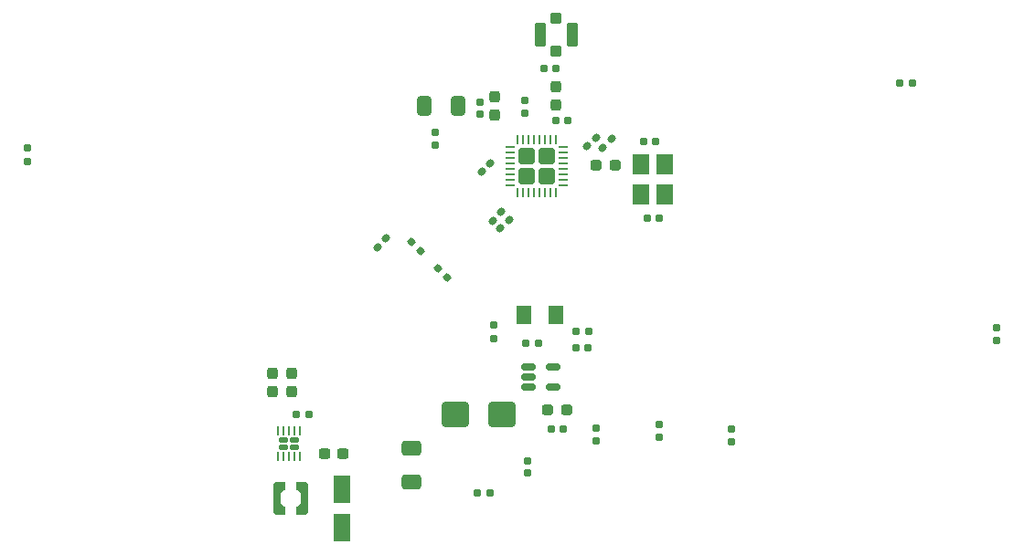
<source format=gbr>
%TF.GenerationSoftware,KiCad,Pcbnew,9.0.0*%
%TF.CreationDate,2025-09-05T21:39:46-05:00*%
%TF.ProjectId,RIOT_Remote_ESP,52494f54-5f52-4656-9d6f-74655f455350,rev?*%
%TF.SameCoordinates,Original*%
%TF.FileFunction,Paste,Top*%
%TF.FilePolarity,Positive*%
%FSLAX46Y46*%
G04 Gerber Fmt 4.6, Leading zero omitted, Abs format (unit mm)*
G04 Created by KiCad (PCBNEW 9.0.0) date 2025-09-05 21:39:46*
%MOMM*%
%LPD*%
G01*
G04 APERTURE LIST*
G04 Aperture macros list*
%AMRoundRect*
0 Rectangle with rounded corners*
0 $1 Rounding radius*
0 $2 $3 $4 $5 $6 $7 $8 $9 X,Y pos of 4 corners*
0 Add a 4 corners polygon primitive as box body*
4,1,4,$2,$3,$4,$5,$6,$7,$8,$9,$2,$3,0*
0 Add four circle primitives for the rounded corners*
1,1,$1+$1,$2,$3*
1,1,$1+$1,$4,$5*
1,1,$1+$1,$6,$7*
1,1,$1+$1,$8,$9*
0 Add four rect primitives between the rounded corners*
20,1,$1+$1,$2,$3,$4,$5,0*
20,1,$1+$1,$4,$5,$6,$7,0*
20,1,$1+$1,$6,$7,$8,$9,0*
20,1,$1+$1,$8,$9,$2,$3,0*%
%AMFreePoly0*
4,1,11,0.760000,0.825000,0.380000,0.510000,0.380000,-0.510000,0.760000,-0.825000,0.760000,-1.525000,-0.125000,-1.525000,-0.380000,-1.270000,-0.380000,1.270000,-0.125000,1.525000,0.760000,1.525000,0.760000,0.825000,0.760000,0.825000,$1*%
G04 Aperture macros list end*
%ADD10RoundRect,0.155000X0.212500X0.155000X-0.212500X0.155000X-0.212500X-0.155000X0.212500X-0.155000X0*%
%ADD11RoundRect,0.160000X-0.197500X-0.160000X0.197500X-0.160000X0.197500X0.160000X-0.197500X0.160000X0*%
%ADD12RoundRect,0.155000X-0.212500X-0.155000X0.212500X-0.155000X0.212500X0.155000X-0.212500X0.155000X0*%
%ADD13RoundRect,0.155000X0.040659X0.259862X-0.259862X-0.040659X-0.040659X-0.259862X0.259862X0.040659X0*%
%ADD14RoundRect,0.250000X0.412500X0.650000X-0.412500X0.650000X-0.412500X-0.650000X0.412500X-0.650000X0*%
%ADD15RoundRect,0.237500X0.237500X-0.287500X0.237500X0.287500X-0.237500X0.287500X-0.237500X-0.287500X0*%
%ADD16RoundRect,0.155000X-0.040659X-0.259862X0.259862X0.040659X0.040659X0.259862X-0.259862X-0.040659X0*%
%ADD17RoundRect,0.237500X0.237500X-0.300000X0.237500X0.300000X-0.237500X0.300000X-0.237500X-0.300000X0*%
%ADD18RoundRect,0.250001X-0.462499X-0.624999X0.462499X-0.624999X0.462499X0.624999X-0.462499X0.624999X0*%
%ADD19RoundRect,0.160000X0.252791X-0.026517X-0.026517X0.252791X-0.252791X0.026517X0.026517X-0.252791X0*%
%ADD20FreePoly0,0.000000*%
%ADD21FreePoly0,180.000000*%
%ADD22RoundRect,0.155000X-0.155000X0.212500X-0.155000X-0.212500X0.155000X-0.212500X0.155000X0.212500X0*%
%ADD23RoundRect,0.250000X-0.550000X1.050000X-0.550000X-1.050000X0.550000X-1.050000X0.550000X1.050000X0*%
%ADD24RoundRect,0.237500X0.287500X0.237500X-0.287500X0.237500X-0.287500X-0.237500X0.287500X-0.237500X0*%
%ADD25RoundRect,0.237500X-0.300000X-0.237500X0.300000X-0.237500X0.300000X0.237500X-0.300000X0.237500X0*%
%ADD26RoundRect,0.160000X0.160000X-0.197500X0.160000X0.197500X-0.160000X0.197500X-0.160000X-0.197500X0*%
%ADD27RoundRect,0.160000X0.197500X0.160000X-0.197500X0.160000X-0.197500X-0.160000X0.197500X-0.160000X0*%
%ADD28RoundRect,0.120000X0.285000X-0.120000X0.285000X0.120000X-0.285000X0.120000X-0.285000X-0.120000X0*%
%ADD29RoundRect,0.062500X0.062500X-0.350000X0.062500X0.350000X-0.062500X0.350000X-0.062500X-0.350000X0*%
%ADD30RoundRect,0.155000X0.155000X-0.212500X0.155000X0.212500X-0.155000X0.212500X-0.155000X-0.212500X0*%
%ADD31RoundRect,0.250000X0.650000X-0.412500X0.650000X0.412500X-0.650000X0.412500X-0.650000X-0.412500X0*%
%ADD32RoundRect,0.250000X1.000000X0.900000X-1.000000X0.900000X-1.000000X-0.900000X1.000000X-0.900000X0*%
%ADD33RoundRect,0.160000X-0.160000X0.197500X-0.160000X-0.197500X0.160000X-0.197500X0.160000X0.197500X0*%
%ADD34R,1.650000X1.950000*%
%ADD35RoundRect,0.100000X0.400000X0.400000X-0.400000X0.400000X-0.400000X-0.400000X0.400000X-0.400000X0*%
%ADD36RoundRect,0.105000X0.420000X0.995000X-0.420000X0.995000X-0.420000X-0.995000X0.420000X-0.995000X0*%
%ADD37RoundRect,0.237500X-0.287500X-0.237500X0.287500X-0.237500X0.287500X0.237500X-0.287500X0.237500X0*%
%ADD38RoundRect,0.250000X-0.495000X0.495000X-0.495000X-0.495000X0.495000X-0.495000X0.495000X0.495000X0*%
%ADD39RoundRect,0.062500X-0.062500X0.337500X-0.062500X-0.337500X0.062500X-0.337500X0.062500X0.337500X0*%
%ADD40RoundRect,0.062500X-0.337500X0.062500X-0.337500X-0.062500X0.337500X-0.062500X0.337500X0.062500X0*%
%ADD41RoundRect,0.150000X-0.512500X-0.150000X0.512500X-0.150000X0.512500X0.150000X-0.512500X0.150000X0*%
G04 APERTURE END LIST*
D10*
%TO.C,C22*%
X162517500Y-62425000D03*
X161382500Y-62425000D03*
%TD*%
D11*
%TO.C,R3*%
X156777500Y-61975000D03*
X157972500Y-61975000D03*
%TD*%
D12*
%TO.C,C25*%
X152282500Y-75850000D03*
X153417500Y-75850000D03*
%TD*%
D13*
%TO.C,C7*%
X153476283Y-45273717D03*
X152673717Y-46076283D03*
%TD*%
D14*
%TO.C,C3*%
X150462785Y-39959648D03*
X147337785Y-39959648D03*
%TD*%
D15*
%TO.C,L3*%
X159550000Y-39924999D03*
X159550000Y-38175001D03*
%TD*%
D10*
%TO.C,C11*%
X160642500Y-41300000D03*
X159507500Y-41300000D03*
%TD*%
D16*
%TO.C,C8*%
X154423717Y-51351283D03*
X155226283Y-50548717D03*
%TD*%
D17*
%TO.C,C27*%
X133300000Y-66462500D03*
X133300000Y-64737500D03*
%TD*%
D18*
%TO.C,D2*%
X156612500Y-59375000D03*
X159587500Y-59375000D03*
%TD*%
D12*
%TO.C,C1*%
X167982500Y-50425000D03*
X169117500Y-50425000D03*
%TD*%
D19*
%TO.C,R15*%
X149512496Y-55892496D03*
X148667504Y-55047504D03*
%TD*%
D20*
%TO.C,L5*%
X133730000Y-76400000D03*
D21*
X136270000Y-76400000D03*
%TD*%
D12*
%TO.C,C2*%
X167682500Y-43250000D03*
X168817500Y-43250000D03*
%TD*%
D22*
%TO.C,C25*%
X156900000Y-72865000D03*
X156900000Y-74000000D03*
%TD*%
D23*
%TO.C,C13*%
X139700000Y-75500000D03*
X139700000Y-79100000D03*
%TD*%
D24*
%TO.C,L1*%
X165049999Y-45475000D03*
X163300001Y-45475000D03*
%TD*%
D25*
%TO.C,C29*%
X138137500Y-72200000D03*
X139862500Y-72200000D03*
%TD*%
D13*
%TO.C,C6*%
X154476283Y-49808717D03*
X153673717Y-50611283D03*
%TD*%
D19*
%TO.C,R14*%
X147037496Y-53417496D03*
X146192504Y-52572504D03*
%TD*%
D17*
%TO.C,C28*%
X135100000Y-66462500D03*
X135100000Y-64737500D03*
%TD*%
D26*
%TO.C,R2*%
X153775000Y-61522500D03*
X153775000Y-60327500D03*
%TD*%
D27*
%TO.C,R7*%
X192597500Y-37850000D03*
X191402500Y-37850000D03*
%TD*%
D10*
%TO.C,C21*%
X160260000Y-69925000D03*
X159125000Y-69925000D03*
%TD*%
D28*
%TO.C,U3*%
X134300000Y-71600000D03*
X135300000Y-71600000D03*
X134300000Y-71000000D03*
X135300000Y-71000000D03*
D29*
X133800000Y-72512500D03*
X134300000Y-72512500D03*
X134800000Y-72512500D03*
X135300000Y-72512500D03*
X135800000Y-72512500D03*
X135800000Y-70087500D03*
X135300000Y-70087500D03*
X134800000Y-70087500D03*
X134300000Y-70087500D03*
X133800000Y-70087500D03*
%TD*%
D30*
%TO.C,C4*%
X152550000Y-40767500D03*
X152550000Y-39632500D03*
%TD*%
D26*
%TO.C,R13*%
X169100000Y-70697500D03*
X169100000Y-69502500D03*
%TD*%
D31*
%TO.C,C17*%
X146175000Y-74812500D03*
X146175000Y-71687500D03*
%TD*%
D15*
%TO.C,L2*%
X153875000Y-40849999D03*
X153875000Y-39100001D03*
%TD*%
D32*
%TO.C,D1*%
X154575000Y-68625000D03*
X150275000Y-68625000D03*
%TD*%
D26*
%TO.C,R6*%
X200330000Y-61767500D03*
X200330000Y-60572500D03*
%TD*%
D33*
%TO.C,R5*%
X110650000Y-43900000D03*
X110650000Y-45095000D03*
%TD*%
D12*
%TO.C,C15*%
X158407500Y-36500000D03*
X159542500Y-36500000D03*
%TD*%
D34*
%TO.C,X1*%
X167400000Y-45425000D03*
X167400000Y-48175000D03*
X169600000Y-48175000D03*
X169600000Y-45425000D03*
%TD*%
D12*
%TO.C,C26*%
X135532500Y-68600000D03*
X136667500Y-68600000D03*
%TD*%
D26*
%TO.C,R4*%
X148375000Y-43647500D03*
X148375000Y-42452500D03*
%TD*%
%TO.C,R12*%
X163300000Y-71072500D03*
X163300000Y-69877500D03*
%TD*%
D12*
%TO.C,C24*%
X161432500Y-60900000D03*
X162567500Y-60900000D03*
%TD*%
D35*
%TO.C,AE1*%
X159575000Y-34875000D03*
D36*
X158100000Y-33375000D03*
D35*
X159575000Y-31875000D03*
D36*
X161050000Y-33375000D03*
%TD*%
D37*
%TO.C,L4*%
X158825000Y-68125000D03*
X160575000Y-68125000D03*
%TD*%
D16*
%TO.C,C14*%
X162448717Y-43726283D03*
X163251283Y-42923717D03*
%TD*%
%TO.C,C16*%
X163873717Y-43826283D03*
X164676283Y-43023717D03*
%TD*%
D38*
%TO.C,U1*%
X158705000Y-44645000D03*
X156855000Y-44645000D03*
X158705000Y-46495000D03*
X156855000Y-46495000D03*
D39*
X159529999Y-43120000D03*
X159030000Y-43120000D03*
X158530000Y-43119999D03*
X158030000Y-43120000D03*
X157530000Y-43120000D03*
X157030000Y-43119999D03*
X156530000Y-43120000D03*
X156030001Y-43120000D03*
D40*
X155330000Y-43820001D03*
X155330000Y-44320000D03*
X155329999Y-44820000D03*
X155330000Y-45320000D03*
X155330000Y-45820000D03*
X155329999Y-46320000D03*
X155330000Y-46820000D03*
X155330000Y-47319999D03*
D39*
X156030001Y-48020000D03*
X156530000Y-48020000D03*
X157030000Y-48020001D03*
X157530000Y-48020000D03*
X158030000Y-48020000D03*
X158530000Y-48020001D03*
X159030000Y-48020000D03*
X159529999Y-48020000D03*
D40*
X160230000Y-47319999D03*
X160230000Y-46820000D03*
X160230001Y-46320000D03*
X160230000Y-45820000D03*
X160230000Y-45320000D03*
X160230001Y-44820000D03*
X160230000Y-44320000D03*
X160230000Y-43820001D03*
%TD*%
D26*
%TO.C,R8*%
X175820000Y-71127500D03*
X175820000Y-69932500D03*
%TD*%
D41*
%TO.C,U9*%
X157037500Y-64175000D03*
X157037500Y-65125000D03*
X157037500Y-66075000D03*
X159312500Y-66075000D03*
X159312500Y-64175000D03*
%TD*%
D13*
%TO.C,C23*%
X143801283Y-52248717D03*
X142998717Y-53051283D03*
%TD*%
D22*
%TO.C,C5*%
X156675000Y-39482500D03*
X156675000Y-40617500D03*
%TD*%
M02*

</source>
